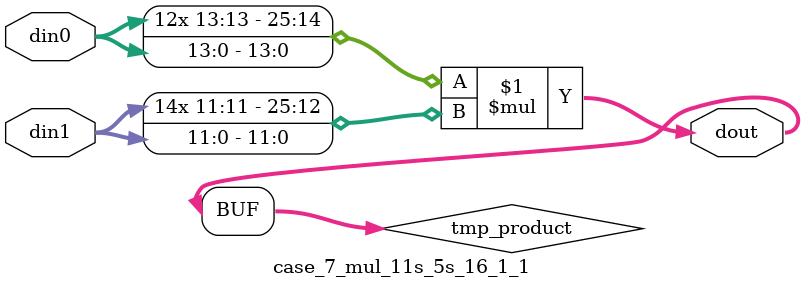
<source format=v>

`timescale 1 ns / 1 ps

 module case_7_mul_11s_5s_16_1_1(din0, din1, dout);
parameter ID = 1;
parameter NUM_STAGE = 0;
parameter din0_WIDTH = 14;
parameter din1_WIDTH = 12;
parameter dout_WIDTH = 26;

input [din0_WIDTH - 1 : 0] din0; 
input [din1_WIDTH - 1 : 0] din1; 
output [dout_WIDTH - 1 : 0] dout;

wire signed [dout_WIDTH - 1 : 0] tmp_product;



























assign tmp_product = $signed(din0) * $signed(din1);








assign dout = tmp_product;





















endmodule

</source>
